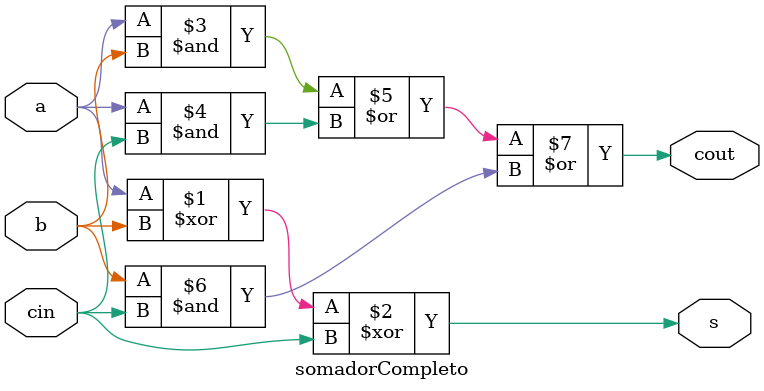
<source format=v>
/*
	somadorCompleto.v
	
	Somador completo feito usando assign
	
*/

module somadorCompleto(a,b,cin,s,cout);

	input a,b,cin;
	output s,cout;
	
	//Abordagem por fluxo de dados - já irei relacionar as saídas diretamente com as entradas sem wires
	
	assign s = a ^ b ^ cin;
	assign cout = a&b | a&cin | b&cin; //lembre que a precedência é NOT>AND>OR

endmodule
</source>
